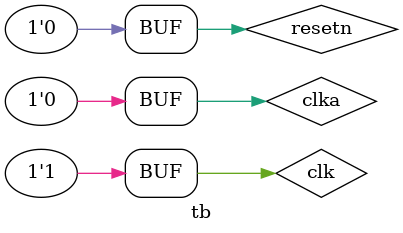
<source format=v>
`timescale 1ns / 1ps


module tb(

    );
    
    reg clka;
    reg clk;
    reg resetn;
    wire [31:0] inst;
    wire [31:0] pc;
    wire [31:0] aluout;
    wire [31:0] memout;
    wire [31:0] data;

    sccomp_dataflow sc(.clock(clk), .clka(clka), .resetn(resetn), .inst(inst), .pc(pc), .aluout(aluout), .memout(memout), .data(data));

    initial begin
        clk = 1;
        resetn = 0;
        clka = 0;
    end

    always begin
        #50 clk = 0;
        #50 clk = 1;
    end
    always begin
        #10 resetn = 1;
        #100000 resetn = 0;
    end
    always begin
        #25 clka = 1;
        #25 clka = 0;
    end

endmodule

</source>
